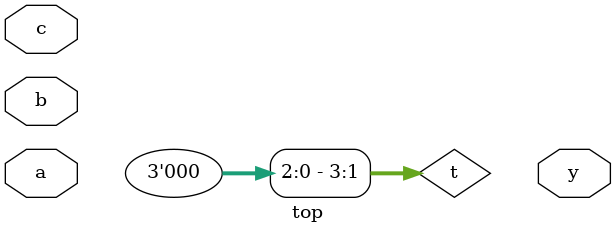
<source format=v>
module top(
  input [1:0]  a,
  input [1:0]  b,
  input [3:0]  c,
  output [3:0] y
);

   wire [3:0]  t;

   assign t[3:1] = 2'b0;

  xor_generic #(.WIDTH(2))
   u_xor1 (.a(a),.b(b),.y(t[1:0]));
   
  xor_generic #(.WIDTH(4))
   u_xor2 (.a(t),.b(c),.y(t));
endmodule

</source>
